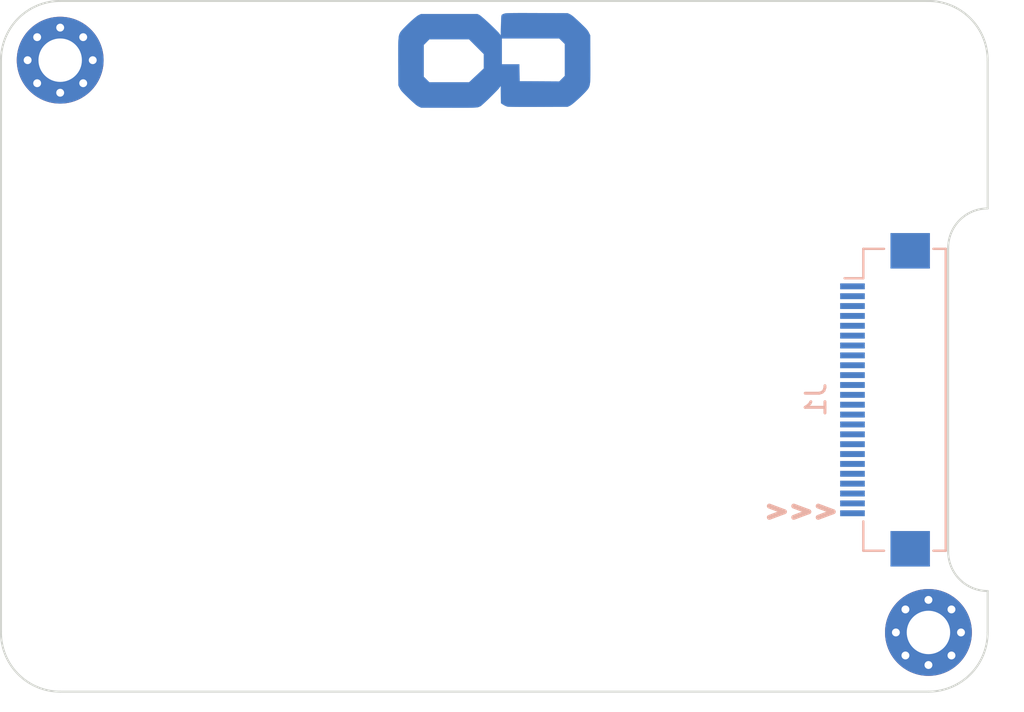
<source format=kicad_pcb>
(kicad_pcb (version 20220331) (generator pcbnew)
  (layers (0 "F.Cu" mixed) (31 "B.Cu" mixed) (34 "B.Paste" user) (35 "F.Paste" user) (36 "B.SilkS" user "B.Silkscreen") (37 "F.SilkS" user "F.Silkscreen") (38 "B.Mask" user) (39 "F.Mask" user) (44 "Edge.Cuts" user))
  (net 0 "")
  (net 1 "GND")
  (net 2 "+3V3")
  (footprint "MountingHole:MountingHole_2.2mm_M2_Pad_Via" (layer "F.Cu") (at 123 83)
    (fp_text reference "H1" hide)
    (fp_text value "~")
    (pad "1" thru_hole circle locked (at -1.65 0) (size 0.7 0.7) (drill 0.4) (layers *.Cu *.Mask) (net 1 "GND"))
    (pad "1" thru_hole circle locked (at -1.166726 -1.166726) (size 0.7 0.7) (drill 0.4) (layers *.Cu *.Mask) (net 1 "GND"))
    (pad "1" thru_hole circle locked (at -1.166726 1.166726) (size 0.7 0.7) (drill 0.4) (layers *.Cu *.Mask) (net 1 "GND"))
    (pad "1" thru_hole circle locked (at 0 -1.65) (size 0.7 0.7) (drill 0.4) (layers *.Cu *.Mask) (net 1 "GND"))
    (pad "1" thru_hole circle locked (at 0 0) (size 4.4 4.4) (drill 2.2) (layers *.Cu *.Mask) (net 1 "GND"))
    (pad "1" thru_hole circle locked (at 0 1.65) (size 0.7 0.7) (drill 0.4) (layers *.Cu *.Mask) (net 1 "GND"))
    (pad "1" thru_hole circle locked (at 1.166726 -1.166726) (size 0.7 0.7) (drill 0.4) (layers *.Cu *.Mask) (net 1 "GND"))
    (pad "1" thru_hole circle locked (at 1.166726 1.166726) (size 0.7 0.7) (drill 0.4) (layers *.Cu *.Mask) (net 1 "GND"))
    (pad "1" thru_hole circle locked (at 1.65 0) (size 0.7 0.7) (drill 0.4) (layers *.Cu *.Mask) (net 1 "GND"))
  )
  (footprint "MountingHole:MountingHole_2.2mm_M2_Pad_Via" (layer "F.Cu") (at 167 112)
    (fp_text reference "H2" hide)
    (fp_text value "~")
    (pad "1" thru_hole circle locked (at -1.65 0) (size 0.7 0.7) (drill 0.4) (layers *.Cu *.Mask) (net 1 "GND"))
    (pad "1" thru_hole circle locked (at -1.166726 -1.166726) (size 0.7 0.7) (drill 0.4) (layers *.Cu *.Mask) (net 1 "GND"))
    (pad "1" thru_hole circle locked (at -1.166726 1.166726) (size 0.7 0.7) (drill 0.4) (layers *.Cu *.Mask) (net 1 "GND"))
    (pad "1" thru_hole circle locked (at 0 -1.65) (size 0.7 0.7) (drill 0.4) (layers *.Cu *.Mask) (net 1 "GND"))
    (pad "1" thru_hole circle locked (at 0 0) (size 4.4 4.4) (drill 2.2) (layers *.Cu *.Mask) (net 1 "GND"))
    (pad "1" thru_hole circle locked (at 0 1.65) (size 0.7 0.7) (drill 0.4) (layers *.Cu *.Mask) (net 1 "GND"))
    (pad "1" thru_hole circle locked (at 1.166726 -1.166726) (size 0.7 0.7) (drill 0.4) (layers *.Cu *.Mask) (net 1 "GND"))
    (pad "1" thru_hole circle locked (at 1.166726 1.166726) (size 0.7 0.7) (drill 0.4) (layers *.Cu *.Mask) (net 1 "GND"))
    (pad "1" thru_hole circle locked (at 1.65 0) (size 0.7 0.7) (drill 0.4) (layers *.Cu *.Mask) (net 1 "GND"))
  )
  (footprint "GameOver:Addon_conn_TXGA_FFC05036-24SBD113W5M_1x24_P0.50mm_Horizontal" (layer "B.Cu") (at 165 100.21 -90)
    (fp_text reference "J1" (at 0 3.7 90) (layer "B.SilkS") (effects (justify mirror)))
    (fp_text value locked "addon_conn")
    (fp_text user ">>>" (at 5.7404 4.445 180 unlocked) (layer "B.SilkS") (effects (font (thickness 0.25) bold) (justify mirror)))
    (fp_line (start -7.65 -2.875) (end 7.65 -2.875) (stroke (width 0.12)) (layer "B.SilkS"))
    (fp_line (start -7.65 -2.25) (end -7.65 -2.875) (stroke (width 0.12)) (layer "B.SilkS"))
    (fp_line (start -7.65 1.3) (end -7.65 0.25) (stroke (width 0.12)) (layer "B.SilkS"))
    (fp_line (start -6.16 1.3) (end -7.65 1.3) (stroke (width 0.12)) (layer "B.SilkS"))
    (fp_line (start -6.16 1.3) (end -6.16 2.25) (stroke (width 0.12)) (layer "B.SilkS"))
    (fp_line (start 6.16 1.3) (end 7.65 1.3) (stroke (width 0.12)) (layer "B.SilkS"))
    (fp_line (start 7.65 -2.875) (end 7.65 -2.25) (stroke (width 0.12)) (layer "B.SilkS"))
    (fp_line (start 7.65 1.3) (end 7.65 0.25) (stroke (width 0.12)) (layer "B.SilkS"))
    (pad "" smd rect locked (at -7.55 -1.075 270) (size 1.8 2) (layers "B.Cu" "B.Paste" "B.Mask"))
    (pad "" smd rect locked (at 7.55 -1.075 270) (size 1.8 2) (layers "B.Cu" "B.Paste" "B.Mask"))
    (pad "1" smd rect locked (at -5.75 1.85 270) (size 0.3 1.25) (layers "B.Cu" "B.Paste" "B.Mask") (net 1 "GND"))
    (pad "2" smd rect locked (at -5.25 1.85 270) (size 0.3 1.25) (layers "B.Cu" "B.Paste" "B.Mask") (net 2 "+3V3"))
    (pad "3" smd rect locked (at -4.75 1.85 270) (size 0.3 1.25) (layers "B.Cu" "B.Paste" "B.Mask"))
    (pad "4" smd rect locked (at -4.25 1.85 270) (size 0.3 1.25) (layers "B.Cu" "B.Paste" "B.Mask"))
    (pad "5" smd rect locked (at -3.75 1.85 270) (size 0.3 1.25) (layers "B.Cu" "B.Paste" "B.Mask"))
    (pad "6" smd rect locked (at -3.25 1.85 270) (size 0.3 1.25) (layers "B.Cu" "B.Paste" "B.Mask"))
    (pad "7" smd rect locked (at -2.75 1.85 270) (size 0.3 1.25) (layers "B.Cu" "B.Paste" "B.Mask"))
    (pad "8" smd rect locked (at -2.25 1.85 270) (size 0.3 1.25) (layers "B.Cu" "B.Paste" "B.Mask"))
    (pad "9" smd rect locked (at -1.75 1.85 270) (size 0.3 1.25) (layers "B.Cu" "B.Paste" "B.Mask"))
    (pad "10" smd rect locked (at -1.25 1.85 270) (size 0.3 1.25) (layers "B.Cu" "B.Paste" "B.Mask"))
    (pad "11" smd rect locked (at -0.75 1.85 270) (size 0.3 1.25) (layers "B.Cu" "B.Paste" "B.Mask"))
    (pad "12" smd rect locked (at -0.25 1.85 270) (size 0.3 1.25) (layers "B.Cu" "B.Paste" "B.Mask") (net 1 "GND"))
    (pad "13" smd rect locked (at 0.25 1.85 270) (size 0.3 1.25) (layers "B.Cu" "B.Paste" "B.Mask") (net 2 "+3V3"))
    (pad "14" smd rect locked (at 0.75 1.85 270) (size 0.3 1.25) (layers "B.Cu" "B.Paste" "B.Mask"))
    (pad "15" smd rect locked (at 1.25 1.85 270) (size 0.3 1.25) (layers "B.Cu" "B.Paste" "B.Mask"))
    (pad "16" smd rect locked (at 1.75 1.85 270) (size 0.3 1.25) (layers "B.Cu" "B.Paste" "B.Mask"))
    (pad "17" smd rect locked (at 2.25 1.85 270) (size 0.3 1.25) (layers "B.Cu" "B.Paste" "B.Mask"))
    (pad "18" smd rect locked (at 2.75 1.85 270) (size 0.3 1.25) (layers "B.Cu" "B.Paste" "B.Mask"))
    (pad "19" smd rect locked (at 3.25 1.85 270) (size 0.3 1.25) (layers "B.Cu" "B.Paste" "B.Mask"))
    (pad "20" smd rect locked (at 3.75 1.85 270) (size 0.3 1.25) (layers "B.Cu" "B.Paste" "B.Mask"))
    (pad "21" smd rect locked (at 4.25 1.85 270) (size 0.3 1.25) (layers "B.Cu" "B.Paste" "B.Mask"))
    (pad "22" smd rect locked (at 4.75 1.85 270) (size 0.3 1.25) (layers "B.Cu" "B.Paste" "B.Mask"))
    (pad "23" smd rect locked (at 5.25 1.85 270) (size 0.3 1.25) (layers "B.Cu" "B.Paste" "B.Mask") (net 1 "GND"))
    (pad "24" smd rect locked (at 5.75 1.85 270) (size 0.3 1.25) (layers "B.Cu" "B.Paste" "B.Mask") (net 2 "+3V3"))
  )
  (footprint "GameOver:logo_fcu" (layer "B.Cu") (at 144.999997 83 180)
    (fp_text reference "LOGO1" hide)
    (fp_text value "GameOver_logo" hide)
    (fp_poly (pts (xy -1.200723 2.388725) (xy -1.041533 2.387945) (xy -0.909803 2.386596) (xy -0.802555 2.384628) (xy -0.716816 2.381995) (xy -0.649611 2.378649) (xy -0.597965 2.374544) (xy -0.558904 2.369633) (xy -0.529451 2.363867) (xy -0.518033 2.360835) (xy -0.450047 2.336304) (xy -0.396715 2.308605) (xy -0.378478 2.293602) (xy -0.368474 2.27151) (xy -0.36026 2.228859) (xy -0.353524 2.16138) (xy -0.347953 2.064803) (xy -0.343238 1.934858) (xy -0.339065 1.767275) (xy -0.338667 1.748346) (xy -0.328083 1.23825) (xy -0.281904 1.312493) (xy -0.24756 1.356772) (xy -0.186966 1.423627) (xy -0.105177 1.508295) (xy -0.007249 1.606012) (xy 0.10176 1.712015) (xy 0.216795 1.82154) (xy 0.3328 1.929824) (xy 0.444718 2.032103) (xy 0.547493 2.123614) (xy 0.636068 2.199594) (xy 0.705388 2.255278) (xy 0.750395 2.285904) (xy 0.752473 2.28697) (xy 0.85725 2.338917) (xy 3.71475 2.338917) (xy 3.836285 2.281959) (xy 3.894983 2.246064) (xy 3.97651 2.184547) (xy 4.075028 2.102913) (xy 4.184698 2.006669) (xy 4.299684 1.901323) (xy 4.414147 1.792379) (xy 4.52225 1.685345) (xy 4.618154 1.585727) (xy 4.696022 1.499032) (xy 4.750017 1.430766) (xy 4.766774 1.40428) (xy 4.788276 1.362652) (xy 4.806603 1.320978) (xy 4.821984 1.275691) (xy 4.834648 1.223223) (xy 4.844824 1.160005) (xy 4.852741 1.08247) (xy 4.858629 0.98705) (xy 4.862715 0.870176) (xy 4.86523 0.728281) (xy 4.866401 0.557795) (xy 4.866459 0.355152) (xy 4.865632 0.116783) (xy 4.864402 -0.116905) (xy 4.85775 -1.281561) (xy 4.788546 -1.42209) (xy 4.762538 -1.470833) (xy 4.731756 -1.518497) (xy 4.691873 -1.569925) (xy 4.63856 -1.629958) (xy 4.567491 -1.70344) (xy 4.474337 -1.795213) (xy 4.354771 -1.910119) (xy 4.338581 -1.92556) (xy 4.203502 -2.052926) (xy 4.093665 -2.153136) (xy 4.005009 -2.229582) (xy 3.933471 -2.285661) (xy 3.874993 -2.324766) (xy 3.836285 -2.345458) (xy 3.71475 -2.402416) (xy 2.31775 -2.406591) (xy 2.0232 -2.40729) (xy 1.768345 -2.407474) (xy 1.550552 -2.407104) (xy 1.367185 -2.406139) (xy 1.21561 -2.404538) (xy 1.093192 -2.402261) (xy 0.997296 -2.399267) (xy 0.925287 -2.395517) (xy 0.874531 -2.390969) (xy 0.842392 -2.385583) (xy 0.836083 -2.383828) (xy 0.767931 -2.359354) (xy 0.708242 -2.333479) (xy 0.699597 -2.329039) (xy 0.662904 -2.302371) (xy 0.601761 -2.250131) (xy 0.521146 -2.177182) (xy 0.426032 -2.088387) (xy 0.321395 -1.98861) (xy 0.212211 -1.882714) (xy 0.103454 -1.775563) (xy 0.000101 -1.672021) (xy -0.092875 -1.57695) (xy -0.170497 -1.495214) (xy -0.227791 -1.431677) (xy -0.259755 -1.391242) (xy -0.328083 -1.285749) (xy -0.339509 -2.180293) (xy -0.450213 -2.253152) (xy -0.528038 -2.297645) (xy -0.609929 -2.334249) (xy -0.656167 -2.349199) (xy -0.695854 -2.354298) (xy -0.770214 -2.358556) (xy -0.880243 -2.361985) (xy -1.026935 -2.364595) (xy -1.211286 -2.366397) (xy -1.434292 -2.367402) (xy -1.696949 -2.367621) (xy -2.000251 -2.367064) (xy -2.233083 -2.366235) (xy -3.71475 -2.360083) (xy -3.835845 -2.303326) (xy -3.89414 -2.267633) (xy -3.975305 -2.206322) (xy -4.073519 -2.124885) (xy -4.182961 -2.028814) (xy -4.297808 -1.923602) (xy -4.412238 -1.814741) (xy -4.52043 -1.707723) (xy -4.616563 -1.608041) (xy -4.694814 -1.521186) (xy -4.749361 -1.452652) (xy -4.767185 -1.424692) (xy -4.788605 -1.383195) (xy -4.806861 -1.341594) (xy -4.822183 -1.296323) (xy -4.834797 -1.243817) (xy -4.844932 -1.180508) (xy -4.852816 -1.102831) (xy -4.858677 -1.007219) (xy -4.862744 -0.890106) (xy -4.865243 -0.747925) (xy -4.866403 -0.577112) (xy -4.866453 -0.374098) (xy -4.865619 -0.135318) (xy -4.864402 0.095739) (xy -4.860288 0.816053) (xy -3.577167 0.816053) (xy -3.577167 -0.792687) (xy -3.434659 -0.936296) (xy -3.292151 -1.079904) (xy -1.280583 -1.068916) (xy -1.274854 -0.640291) (xy -1.269124 -0.211666) (xy -0.381 -0.211666) (xy -0.381 0.306488) (xy 0.529167 0.306488) (xy 0.529167 -0.418632) (xy 0.904367 -0.770232) (xy 1.279568 -1.121833) (xy 3.290354 -1.121833) (xy 3.43376 -0.979526) (xy 3.577167 -0.837218) (xy 3.577167 0.771521) (xy 3.434859 0.914928) (xy 3.292552 1.058334) (xy 1.280142 1.058334) (xy 0.904654 0.682411) (xy 0.529167 0.306488) (xy -0.381 0.306488) (xy -0.381 1.100667) (xy -3.290354 1.100667) (xy -3.433761 0.95836) (xy -3.577167 0.816053) (xy -4.860288 0.816053) (xy -4.85775 1.260395) (xy -4.788884 1.400238) (xy -4.762931 1.448807) (xy -4.732062 1.496472) (xy -4.691962 1.548056) (xy -4.638319 1.608384) (xy -4.566819 1.682278) (xy -4.473148 1.774563) (xy -4.352993 1.890062) (xy -4.33848 1.903909) (xy -4.203118 2.031592) (xy -4.093021 2.132081) (xy -4.004162 2.208743) (xy -3.932514 2.264948) (xy -3.874053 2.304065) (xy -3.835845 2.324494) (xy -3.71475 2.38125) (xy -2.171556 2.387079) (xy -1.872786 2.388111) (xy -1.613374 2.38876) (xy -1.390345 2.388981) (xy -1.200723 2.388725)) (stroke (width 0.01)) (fill solid) (layer "B.Cu"))
  )
  (gr_line (start 170 83) (end 170 90.514214) (stroke (width 0.1)) (layer "Edge.Cuts"))
  (gr_arc (start 168 92.514214) (mid 168.585786 91.1) (end 170 90.514214) (stroke (width 0.1)) (layer "Edge.Cuts"))
  (gr_line (start 123 80) (end 167 80) (stroke (width 0.1)) (layer "Edge.Cuts"))
  (gr_line (start 120 112) (end 120 83) (stroke (width 0.1)) (layer "Edge.Cuts"))
  (gr_arc (start 170 112) (mid 169.12132 114.12132) (end 167 115) (stroke (width 0.1)) (layer "Edge.Cuts"))
  (gr_line (start 167 115) (end 123 115) (stroke (width 0.1)) (layer "Edge.Cuts"))
  (gr_arc (start 123 115) (mid 120.87868 114.12132) (end 120 112) (stroke (width 0.1)) (layer "Edge.Cuts"))
  (gr_arc (start 120 83) (mid 120.87868 80.87868) (end 123 80) (stroke (width 0.1)) (layer "Edge.Cuts"))
  (gr_arc (start 170 109.9) (mid 168.585786 109.314214) (end 168 107.9) (stroke (width 0.1)) (layer "Edge.Cuts"))
  (gr_line (start 170 112) (end 170 109.9) (stroke (width 0.1)) (layer "Edge.Cuts"))
  (gr_line (start 168 92.514214) (end 168 107.9) (stroke (width 0.1)) (layer "Edge.Cuts"))
  (gr_arc (start 167 80) (mid 169.12132 80.87868) (end 170 83) (stroke (width 0.1)) (layer "Edge.Cuts"))
)
</source>
